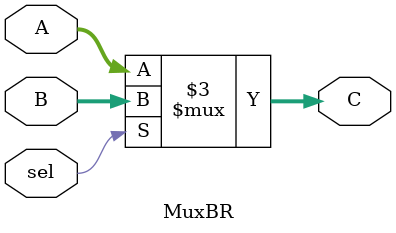
<source format=v>
`timescale 1ns/1ns

module MuxBR(
	input sel,
	input [4:0]A,
	input [4:0]B,
	output reg [4:0]C
);
	
always @*
begin
	if (sel)
		begin
		C=B;
		end
	else
		begin
		C=A;
		end
	end
endmodule
</source>
